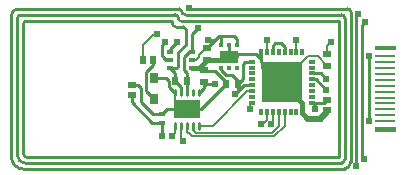
<source format=gtl>
G04 Layer: TopLayer*
G04 EasyEDA v6.3.53, 2020-07-01T10:41:51+08:00*
G04 0114f2f07f584de3a350028a8d8a4532,2a3559ba94084103b258dd4c46581d95,10*
G04 Gerber Generator version 0.2*
G04 Scale: 100 percent, Rotated: No, Reflected: No *
G04 Dimensions in inches *
G04 leading zeros omitted , absolute positions ,2 integer and 4 decimal *
%FSLAX24Y24*%
%MOIN*%
G90*
G70D02*

%ADD10C,0.009843*%
%ADD11C,0.010000*%
%ADD12C,0.020000*%
%ADD13C,0.015000*%
%ADD14C,0.006000*%
%ADD15C,0.008000*%
%ADD16C,0.024000*%
%ADD17R,0.135830X0.135830*%
%ADD18R,0.011810X0.023620*%
%ADD19R,0.023620X0.011810*%
%ADD20R,0.070866X0.007874*%
%ADD24R,0.031496X0.019685*%
%ADD25R,0.062992X0.039370*%
%ADD26R,0.011811X0.017717*%
%ADD27R,0.090551X0.059055*%
%ADD28R,0.023620X0.025590*%
%ADD29R,0.025590X0.023620*%
%ADD30R,0.019685X0.031496*%
%ADD31R,0.023622X0.016535*%
%ADD32R,0.023622X0.015748*%

%LPD*%
G54D11*
G01X4210Y4942D02*
G01X4210Y4711D01*
G01X4899Y4021D01*
G01X5210Y4021D01*
G01X4210Y5276D02*
G01X4404Y5276D01*
G01X4520Y5161D01*
G01X4520Y4701D01*
G01X4923Y4297D01*
G01X5210Y4297D01*
G01X4960Y4801D02*
G01X4700Y5061D01*
G01X4700Y5701D01*
G01X4927Y5928D01*
G01X4927Y6109D01*
G01X4960Y5509D02*
G01X5351Y5509D01*
G01X5440Y5421D01*
G01X5440Y5221D01*
G01X5649Y5011D01*
G01X5666Y5011D01*
G54D12*
G01X10710Y4443D02*
G01X10710Y4370D01*
G01X10480Y4140D01*
G01X10056Y4140D01*
G01X10056Y4175D01*
G54D11*
G01X8914Y6361D02*
G01X8914Y6574D01*
G01X9000Y6659D01*
G01X9180Y6659D01*
G01X9308Y6531D01*
G01X9308Y6361D01*
G01X6060Y4459D02*
G01X6514Y4459D01*
G01X7363Y5309D01*
G01X6610Y5167D02*
G01X6610Y5230D01*
G01X6700Y5320D01*
G01X6980Y5320D01*
G01X700Y7399D02*
G01X5560Y7411D01*
G01X5560Y7361D01*
G01X500Y7599D02*
G01X5660Y7611D01*
G01X400Y7799D02*
G01X5810Y7811D01*
G01X10910Y2861D02*
G01X700Y2869D01*
G01X1210Y2661D02*
G01X650Y2669D01*
G01X11210Y2661D02*
G01X1210Y2661D01*
G01X600Y2469D02*
G01X11310Y2461D01*
G01X200Y5959D02*
G01X200Y4459D01*
G01X600Y5959D02*
G01X600Y7309D01*
G01X600Y4459D02*
G01X600Y2959D01*
G01X400Y5959D02*
G01X400Y7509D01*
G01X200Y5959D02*
G01X200Y7609D01*
G01X400Y3009D02*
G01X400Y4459D01*
G01X200Y4459D02*
G01X200Y2859D01*
G01X400Y5959D02*
G01X400Y4459D01*
G01X600Y5959D02*
G01X600Y4459D01*
G01X11940Y2799D02*
G01X11880Y2859D01*
G01X11880Y7279D01*
G01X11980Y7379D01*
G01X12000Y7379D01*
G01X11710Y7661D02*
G01X11700Y7651D01*
G01X11700Y2559D01*
G01X11510Y7636D02*
G01X11510Y2709D01*
G01X11410Y7811D02*
G01X6124Y7811D01*
G01X6124Y7837D01*
G01X11310Y7509D02*
G01X11310Y2804D01*
G01X11110Y7409D02*
G01X11110Y2861D01*
G01X10910Y2861D01*
G54D13*
G01X9898Y4361D02*
G01X9898Y4332D01*
G01X10056Y4175D01*
G01X9900Y4330D02*
G01X9900Y4671D01*
G01X9210Y5361D01*
G54D14*
G01X10730Y5907D02*
G01X10415Y6222D01*
G01X10071Y6222D01*
G01X9210Y5361D01*
G01X10730Y6301D02*
G01X10730Y6576D01*
G01X10848Y6695D01*
G54D11*
G01X10239Y5661D02*
G01X10518Y5661D01*
G01X10700Y5479D01*
G54D14*
G01X6142Y3628D02*
G01X6210Y3559D01*
G01X8960Y3559D01*
G01X9310Y3909D01*
G01X9310Y4330D01*
G54D11*
G01X8520Y6051D02*
G01X8520Y6151D01*
G01X8361Y6309D01*
G01X7709Y6309D01*
G01X7709Y6209D01*
G01X7460Y6209D01*
G54D13*
G01X6710Y6113D02*
G01X7460Y6113D01*
G01X7460Y6209D01*
G54D11*
G01X7200Y5825D02*
G01X7200Y5769D01*
G01X7360Y5609D01*
G01X7560Y5609D01*
G01X7756Y5412D01*
G01X7756Y5309D01*
G54D14*
G01X8180Y5061D02*
G01X8062Y5061D01*
G01X6909Y3909D01*
G01X6453Y3909D01*
G54D11*
G01X7363Y5309D02*
G01X7363Y5356D01*
G01X6992Y5726D01*
G01X6610Y5726D01*
G01X7200Y6593D02*
G01X7200Y6821D01*
G01X7110Y6911D01*
G01X6710Y6511D02*
G01X7110Y6911D01*
G01X7608Y6911D01*
G01X7720Y6799D01*
G01X7720Y6593D01*
G01X8180Y6050D02*
G01X7999Y6050D01*
G01X7910Y5961D01*
G01X7910Y5462D01*
G01X7756Y5309D01*
G01X5210Y4297D02*
G01X5372Y4459D01*
G01X6060Y4459D01*
G01X5210Y4021D02*
G01X5210Y3559D01*
G54D14*
G01X9700Y6391D02*
G01X9700Y6759D01*
G54D11*
G01X6760Y6759D02*
G01X6925Y6759D01*
G01X6925Y6759D01*
G54D14*
G01X5666Y3908D02*
G01X5666Y3665D01*
G01X5560Y3559D01*
G01X5862Y3908D02*
G01X5862Y3456D01*
G01X5910Y3409D01*
G01X9110Y3909D02*
G01X9110Y4330D01*
G01X6257Y3908D02*
G01X6257Y3762D01*
G01X6339Y3680D01*
G01X8880Y3680D01*
G01X9110Y3909D01*
G01X6060Y3908D02*
G01X6060Y3709D01*
G01X6141Y3627D01*
G01X6060Y4459D02*
G01X5960Y4459D01*
G01X5666Y4766D01*
G01X5666Y5011D01*
G54D11*
G01X5486Y6109D02*
G01X5360Y6109D01*
G01X5260Y6209D01*
G01X5210Y6259D01*
G01X5210Y6409D01*
G01X5210Y6609D01*
G01X5310Y6709D01*
G01X5486Y6365D02*
G01X5486Y6485D01*
G01X5710Y6709D01*
G01X6453Y5010D02*
G01X6610Y5166D01*
G01X6610Y5392D01*
G01X6610Y5726D02*
G01X6578Y5726D01*
G01X6450Y5853D01*
G54D13*
G01X6234Y5853D02*
G01X6450Y5853D01*
G01X6710Y6112D01*
G54D15*
G01X6234Y6109D02*
G01X6360Y6109D01*
G01X6451Y6201D01*
G01X6451Y6273D01*
G01X6684Y6506D01*
G01X6710Y6506D01*
G54D10*
G01X6060Y5011D02*
G01X6057Y5409D01*
G01X5863Y5010D02*
G01X5863Y5209D01*
G01X5663Y5409D01*
G01X6210Y6366D02*
G01X6116Y6366D01*
G01X5960Y6209D01*
G01X5960Y5759D01*
G01X6057Y5663D01*
G01X6057Y5409D01*
G54D11*
G01X5486Y5853D02*
G01X5663Y5676D01*
G01X5663Y5409D01*
G01X6010Y7136D02*
G01X6010Y6609D01*
G01X5760Y6359D01*
G01X5760Y5909D01*
G01X5703Y5853D01*
G01X5486Y5853D01*
G54D10*
G01X6410Y7161D02*
G01X6210Y6961D01*
G01X6210Y6366D01*
G01X6234Y6366D01*
G54D14*
G01X8710Y6761D02*
G01X8720Y6751D01*
G01X8720Y6391D01*
G54D11*
G01X7360Y6211D02*
G01X7460Y6311D01*
G01X7460Y6593D01*
G01X8520Y6391D02*
G01X8520Y6051D01*
G01X9210Y5361D01*
G01X7756Y5309D02*
G01X7756Y5056D01*
G01X7660Y4959D01*
G01X7961Y5261D01*
G01X8180Y5261D01*
G01X10239Y5461D02*
G01X10350Y5461D01*
G01X10690Y5120D01*
G01X5860Y7411D02*
G01X6210Y7411D01*
G01X11110Y7409D01*
G01X10967Y7411D02*
G01X11010Y7411D01*
G01X11510Y7711D02*
G01X11510Y7636D01*
G01X5560Y7361D02*
G01X5560Y7336D01*
G01X5685Y7211D02*
G01X5935Y7211D01*
G01X400Y2919D02*
G01X400Y3019D01*
G54D14*
G01X8180Y4671D02*
G01X8160Y4650D01*
G01X8160Y4461D01*
G01X8720Y4330D02*
G01X8720Y4121D01*
G01X8610Y4011D01*
G01X8561Y4011D01*
G01X8510Y3959D01*
G01X8910Y4330D02*
G01X8910Y4011D01*
G01X8860Y3961D01*
G54D11*
G01X6010Y7611D02*
G01X11208Y7611D01*
G54D10*
G01X10310Y4459D02*
G01X10310Y4601D01*
G01X10240Y4671D02*
G01X10604Y4671D01*
G01X10710Y4776D01*
G54D14*
G01X5060Y6959D02*
G01X4960Y6959D01*
G01X4593Y6593D01*
G01X4593Y6109D01*
G54D11*
G01X12120Y6239D02*
G01X12120Y4079D01*
G54D10*
G01X6453Y3997D02*
G01X6453Y3820D01*
G01X6257Y3997D02*
G01X6257Y3820D01*
G01X6060Y3997D02*
G01X6060Y3820D01*
G01X5863Y3997D02*
G01X5863Y3820D01*
G01X5666Y3997D02*
G01X5666Y3820D01*
G01X5666Y4922D02*
G01X5666Y5099D01*
G01X5863Y4922D02*
G01X5863Y5099D01*
G01X6060Y4922D02*
G01X6060Y5099D01*
G01X6257Y4922D02*
G01X6257Y5099D01*
G01X6453Y4922D02*
G01X6453Y5099D01*
G54D17*
G01X9210Y5361D03*
G54D18*
G01X8521Y6361D03*
G01X8717Y6361D03*
G01X8914Y6361D03*
G01X9111Y6361D03*
G01X9308Y6361D03*
G01X9505Y6361D03*
G01X9702Y6361D03*
G01X9899Y6361D03*
G54D19*
G01X10210Y6050D03*
G01X10210Y5853D03*
G01X10210Y5656D03*
G01X10210Y5459D03*
G01X10210Y5262D03*
G01X10210Y5065D03*
G01X10210Y4868D03*
G01X10210Y4672D03*
G54D18*
G01X9898Y4361D03*
G01X9702Y4361D03*
G01X9505Y4361D03*
G01X9308Y4361D03*
G01X9111Y4361D03*
G01X8914Y4361D03*
G01X8717Y4361D03*
G01X8521Y4361D03*
G54D19*
G01X8210Y4672D03*
G01X8210Y4868D03*
G01X8210Y5065D03*
G01X8210Y5262D03*
G01X8210Y5459D03*
G01X8210Y5656D03*
G01X8210Y5853D03*
G01X8210Y6050D03*
G54D20*
G01X12660Y6230D03*
G01X12660Y6033D03*
G01X12660Y5836D03*
G01X12660Y5640D03*
G01X12660Y5443D03*
G01X12660Y5246D03*
G01X12660Y5049D03*
G01X12660Y4852D03*
G01X12660Y4655D03*
G01X12660Y4458D03*
G01X12660Y4262D03*
G01X12660Y4065D03*
G36*
G01X12305Y6577D02*
G01X12305Y6435D01*
G01X13014Y6435D01*
G01X13014Y6577D01*
G01X12305Y6577D01*
G37*
G36*
G01X12305Y3864D02*
G01X12305Y3714D01*
G01X13014Y3714D01*
G01X13014Y3864D01*
G01X12305Y3864D01*
G37*
G36*
G01X4822Y5667D02*
G01X4822Y5352D01*
G01X5097Y5352D01*
G01X5097Y5667D01*
G01X4822Y5667D01*
G37*
G36*
G01X4822Y4958D02*
G01X4822Y4643D01*
G01X5097Y4643D01*
G01X5097Y4958D01*
G01X4822Y4958D01*
G37*
G54D24*
G01X10730Y6301D03*
G01X10730Y5907D03*
G01X6609Y5363D03*
G01X6609Y5756D03*
G54D25*
G01X7460Y6209D03*
G54D26*
G01X7720Y5825D03*
G01X7460Y5825D03*
G01X7200Y5825D03*
G01X7200Y6593D03*
G01X7460Y6593D03*
G01X7720Y6593D03*
G54D27*
G01X6060Y4459D03*
G54D28*
G01X4927Y6109D03*
G01X4593Y6109D03*
G54D29*
G01X4210Y4942D03*
G01X4210Y5276D03*
G01X10710Y4776D03*
G01X10710Y4442D03*
G54D24*
G01X6710Y6112D03*
G01X6710Y6506D03*
G54D30*
G01X7363Y5309D03*
G01X7756Y5309D03*
G01X6056Y5409D03*
G01X5663Y5409D03*
G54D31*
G01X5486Y5853D03*
G01X5486Y6109D03*
G01X5486Y6365D03*
G01X6234Y6365D03*
G01X6234Y6109D03*
G01X6234Y5853D03*
G54D32*
G01X5210Y4297D03*
G01X5210Y4021D03*
G54D11*
G75*
G01X11410Y7811D02*
G02X11510Y7711I0J-100D01*
G01*
G54D10*
G75*
G01X10310Y4601D02*
G03X10240Y4671I-70J0D01*
G01*
G54D11*
G75*
G01X11209Y7611D02*
G02X11310Y7510I0J-101D01*
G01*
G75*
G01X5860Y7761D02*
G03X6010Y7611I150J0D01*
G01*
G75*
G01X5810Y7811D02*
G02X5860Y7761I0J-50D01*
G01*
G75*
G01X5760Y7511D02*
G03X5860Y7411I100J0D01*
G01*
G75*
G01X5660Y7611D02*
G02X5760Y7511I0J-100D01*
G01*
G75*
G01X600Y2970D02*
G03X700Y2870I100J0D01*
G01*
G75*
G01X600Y7300D02*
G02X700Y7400I100J0D01*
G01*
G75*
G01X650Y2670D02*
G02X400Y2920I0J250D01*
G01*
G75*
G01X5560Y7336D02*
G03X5685Y7211I125J0D01*
G01*
G75*
G01X5935Y7211D02*
G02X6010Y7136I0J-75D01*
G01*
G75*
G01X11310Y2804D02*
G02X11167Y2661I-143J0D01*
G01*
G75*
G01X9913Y4344D02*
G03X9900Y4331I0J-13D01*
G01*
G75*
G01X400Y7500D02*
G02X500Y7600I100J0D01*
G01*
G75*
G01X200Y2870D02*
G03X600Y2470I400J0D01*
G01*
G75*
G01X200Y7600D02*
G02X400Y7800I200J0D01*
G01*
G75*
G01X11260Y2460D02*
G03X11510Y2710I0J250D01*
G01*
G54D16*
G01X8710Y6761D03*
G01X10310Y4459D03*
G01X10480Y4139D03*
G01X12000Y7379D03*
G01X11940Y2799D03*
G01X11760Y7639D03*
G01X11700Y2559D03*
G01X6123Y7836D03*
G01X10848Y6695D03*
G01X7660Y4959D03*
G01X8610Y5911D03*
G01X10690Y5120D03*
G01X10700Y5479D03*
G01X6410Y7161D03*
G01X8160Y4461D03*
G01X8510Y3959D03*
G01X8860Y3961D03*
G01X5710Y6709D03*
G01X5910Y3409D03*
G01X5560Y3559D03*
G01X6760Y6759D03*
G01X9700Y6759D03*
G01X5060Y6959D03*
G01X5210Y3559D03*
G01X6980Y5319D03*
G01X5310Y6709D03*
G01X12120Y6239D03*
G01X12120Y4079D03*
M00*
M02*

</source>
